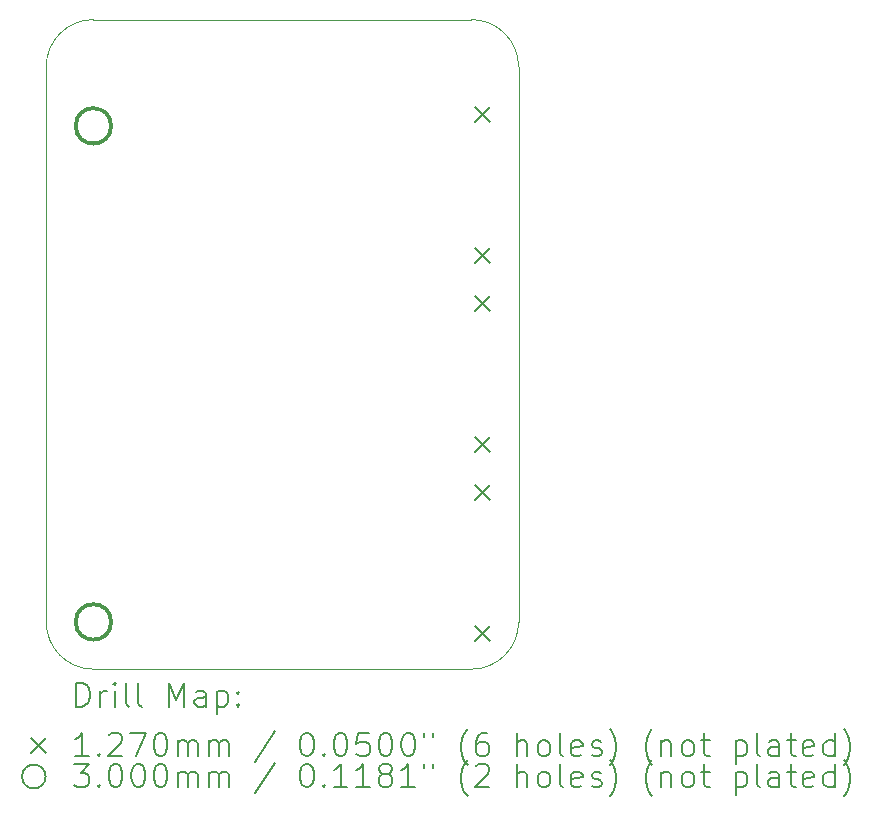
<source format=gbr>
%TF.GenerationSoftware,KiCad,Pcbnew,7.0.9*%
%TF.CreationDate,2023-11-20T14:24:11-06:00*%
%TF.ProjectId,Telemetry-Peripheral-SOM-Daughterboard-IMU,54656c65-6d65-4747-9279-2d5065726970,rev?*%
%TF.SameCoordinates,Original*%
%TF.FileFunction,Drillmap*%
%TF.FilePolarity,Positive*%
%FSLAX45Y45*%
G04 Gerber Fmt 4.5, Leading zero omitted, Abs format (unit mm)*
G04 Created by KiCad (PCBNEW 7.0.9) date 2023-11-20 14:24:11*
%MOMM*%
%LPD*%
G01*
G04 APERTURE LIST*
%ADD10C,0.100000*%
%ADD11C,0.200000*%
%ADD12C,0.127000*%
%ADD13C,0.300000*%
G04 APERTURE END LIST*
D10*
X18200000Y-11600000D02*
G75*
G03*
X18600000Y-11200000I0J400000D01*
G01*
X18600000Y-6500000D02*
G75*
G03*
X18200000Y-6100000I-400000J0D01*
G01*
X15000000Y-6100000D02*
G75*
G03*
X14600000Y-6500000I0J-400000D01*
G01*
X14600000Y-11200000D02*
G75*
G03*
X15000000Y-11600000I400000J0D01*
G01*
X14600000Y-11200000D02*
X14600000Y-6500000D01*
X15000000Y-6100000D02*
X18200000Y-6100000D01*
X18600000Y-6500000D02*
X18600000Y-11200000D01*
X18200000Y-11600000D02*
X15000000Y-11600000D01*
D11*
D12*
X18232500Y-6836500D02*
X18359500Y-6963500D01*
X18359500Y-6836500D02*
X18232500Y-6963500D01*
X18232500Y-8036500D02*
X18359500Y-8163500D01*
X18359500Y-8036500D02*
X18232500Y-8163500D01*
X18232500Y-8436500D02*
X18359500Y-8563500D01*
X18359500Y-8436500D02*
X18232500Y-8563500D01*
X18232500Y-9636500D02*
X18359500Y-9763500D01*
X18359500Y-9636500D02*
X18232500Y-9763500D01*
X18232500Y-10036500D02*
X18359500Y-10163500D01*
X18359500Y-10036500D02*
X18232500Y-10163500D01*
X18232500Y-11236500D02*
X18359500Y-11363500D01*
X18359500Y-11236500D02*
X18232500Y-11363500D01*
D13*
X15150000Y-7000000D02*
G75*
G03*
X15150000Y-7000000I-150000J0D01*
G01*
X15150000Y-11200000D02*
G75*
G03*
X15150000Y-11200000I-150000J0D01*
G01*
D11*
X14855777Y-11916484D02*
X14855777Y-11716484D01*
X14855777Y-11716484D02*
X14903396Y-11716484D01*
X14903396Y-11716484D02*
X14931967Y-11726008D01*
X14931967Y-11726008D02*
X14951015Y-11745055D01*
X14951015Y-11745055D02*
X14960539Y-11764103D01*
X14960539Y-11764103D02*
X14970062Y-11802198D01*
X14970062Y-11802198D02*
X14970062Y-11830769D01*
X14970062Y-11830769D02*
X14960539Y-11868865D01*
X14960539Y-11868865D02*
X14951015Y-11887912D01*
X14951015Y-11887912D02*
X14931967Y-11906960D01*
X14931967Y-11906960D02*
X14903396Y-11916484D01*
X14903396Y-11916484D02*
X14855777Y-11916484D01*
X15055777Y-11916484D02*
X15055777Y-11783150D01*
X15055777Y-11821246D02*
X15065301Y-11802198D01*
X15065301Y-11802198D02*
X15074824Y-11792674D01*
X15074824Y-11792674D02*
X15093872Y-11783150D01*
X15093872Y-11783150D02*
X15112920Y-11783150D01*
X15179586Y-11916484D02*
X15179586Y-11783150D01*
X15179586Y-11716484D02*
X15170062Y-11726008D01*
X15170062Y-11726008D02*
X15179586Y-11735531D01*
X15179586Y-11735531D02*
X15189110Y-11726008D01*
X15189110Y-11726008D02*
X15179586Y-11716484D01*
X15179586Y-11716484D02*
X15179586Y-11735531D01*
X15303396Y-11916484D02*
X15284348Y-11906960D01*
X15284348Y-11906960D02*
X15274824Y-11887912D01*
X15274824Y-11887912D02*
X15274824Y-11716484D01*
X15408158Y-11916484D02*
X15389110Y-11906960D01*
X15389110Y-11906960D02*
X15379586Y-11887912D01*
X15379586Y-11887912D02*
X15379586Y-11716484D01*
X15636729Y-11916484D02*
X15636729Y-11716484D01*
X15636729Y-11716484D02*
X15703396Y-11859341D01*
X15703396Y-11859341D02*
X15770062Y-11716484D01*
X15770062Y-11716484D02*
X15770062Y-11916484D01*
X15951015Y-11916484D02*
X15951015Y-11811722D01*
X15951015Y-11811722D02*
X15941491Y-11792674D01*
X15941491Y-11792674D02*
X15922443Y-11783150D01*
X15922443Y-11783150D02*
X15884348Y-11783150D01*
X15884348Y-11783150D02*
X15865301Y-11792674D01*
X15951015Y-11906960D02*
X15931967Y-11916484D01*
X15931967Y-11916484D02*
X15884348Y-11916484D01*
X15884348Y-11916484D02*
X15865301Y-11906960D01*
X15865301Y-11906960D02*
X15855777Y-11887912D01*
X15855777Y-11887912D02*
X15855777Y-11868865D01*
X15855777Y-11868865D02*
X15865301Y-11849817D01*
X15865301Y-11849817D02*
X15884348Y-11840293D01*
X15884348Y-11840293D02*
X15931967Y-11840293D01*
X15931967Y-11840293D02*
X15951015Y-11830769D01*
X16046253Y-11783150D02*
X16046253Y-11983150D01*
X16046253Y-11792674D02*
X16065301Y-11783150D01*
X16065301Y-11783150D02*
X16103396Y-11783150D01*
X16103396Y-11783150D02*
X16122443Y-11792674D01*
X16122443Y-11792674D02*
X16131967Y-11802198D01*
X16131967Y-11802198D02*
X16141491Y-11821246D01*
X16141491Y-11821246D02*
X16141491Y-11878388D01*
X16141491Y-11878388D02*
X16131967Y-11897436D01*
X16131967Y-11897436D02*
X16122443Y-11906960D01*
X16122443Y-11906960D02*
X16103396Y-11916484D01*
X16103396Y-11916484D02*
X16065301Y-11916484D01*
X16065301Y-11916484D02*
X16046253Y-11906960D01*
X16227205Y-11897436D02*
X16236729Y-11906960D01*
X16236729Y-11906960D02*
X16227205Y-11916484D01*
X16227205Y-11916484D02*
X16217682Y-11906960D01*
X16217682Y-11906960D02*
X16227205Y-11897436D01*
X16227205Y-11897436D02*
X16227205Y-11916484D01*
X16227205Y-11792674D02*
X16236729Y-11802198D01*
X16236729Y-11802198D02*
X16227205Y-11811722D01*
X16227205Y-11811722D02*
X16217682Y-11802198D01*
X16217682Y-11802198D02*
X16227205Y-11792674D01*
X16227205Y-11792674D02*
X16227205Y-11811722D01*
D12*
X14468000Y-12181500D02*
X14595000Y-12308500D01*
X14595000Y-12181500D02*
X14468000Y-12308500D01*
D11*
X14960539Y-12336484D02*
X14846253Y-12336484D01*
X14903396Y-12336484D02*
X14903396Y-12136484D01*
X14903396Y-12136484D02*
X14884348Y-12165055D01*
X14884348Y-12165055D02*
X14865301Y-12184103D01*
X14865301Y-12184103D02*
X14846253Y-12193627D01*
X15046253Y-12317436D02*
X15055777Y-12326960D01*
X15055777Y-12326960D02*
X15046253Y-12336484D01*
X15046253Y-12336484D02*
X15036729Y-12326960D01*
X15036729Y-12326960D02*
X15046253Y-12317436D01*
X15046253Y-12317436D02*
X15046253Y-12336484D01*
X15131967Y-12155531D02*
X15141491Y-12146008D01*
X15141491Y-12146008D02*
X15160539Y-12136484D01*
X15160539Y-12136484D02*
X15208158Y-12136484D01*
X15208158Y-12136484D02*
X15227205Y-12146008D01*
X15227205Y-12146008D02*
X15236729Y-12155531D01*
X15236729Y-12155531D02*
X15246253Y-12174579D01*
X15246253Y-12174579D02*
X15246253Y-12193627D01*
X15246253Y-12193627D02*
X15236729Y-12222198D01*
X15236729Y-12222198D02*
X15122443Y-12336484D01*
X15122443Y-12336484D02*
X15246253Y-12336484D01*
X15312920Y-12136484D02*
X15446253Y-12136484D01*
X15446253Y-12136484D02*
X15360539Y-12336484D01*
X15560539Y-12136484D02*
X15579586Y-12136484D01*
X15579586Y-12136484D02*
X15598634Y-12146008D01*
X15598634Y-12146008D02*
X15608158Y-12155531D01*
X15608158Y-12155531D02*
X15617682Y-12174579D01*
X15617682Y-12174579D02*
X15627205Y-12212674D01*
X15627205Y-12212674D02*
X15627205Y-12260293D01*
X15627205Y-12260293D02*
X15617682Y-12298388D01*
X15617682Y-12298388D02*
X15608158Y-12317436D01*
X15608158Y-12317436D02*
X15598634Y-12326960D01*
X15598634Y-12326960D02*
X15579586Y-12336484D01*
X15579586Y-12336484D02*
X15560539Y-12336484D01*
X15560539Y-12336484D02*
X15541491Y-12326960D01*
X15541491Y-12326960D02*
X15531967Y-12317436D01*
X15531967Y-12317436D02*
X15522443Y-12298388D01*
X15522443Y-12298388D02*
X15512920Y-12260293D01*
X15512920Y-12260293D02*
X15512920Y-12212674D01*
X15512920Y-12212674D02*
X15522443Y-12174579D01*
X15522443Y-12174579D02*
X15531967Y-12155531D01*
X15531967Y-12155531D02*
X15541491Y-12146008D01*
X15541491Y-12146008D02*
X15560539Y-12136484D01*
X15712920Y-12336484D02*
X15712920Y-12203150D01*
X15712920Y-12222198D02*
X15722443Y-12212674D01*
X15722443Y-12212674D02*
X15741491Y-12203150D01*
X15741491Y-12203150D02*
X15770063Y-12203150D01*
X15770063Y-12203150D02*
X15789110Y-12212674D01*
X15789110Y-12212674D02*
X15798634Y-12231722D01*
X15798634Y-12231722D02*
X15798634Y-12336484D01*
X15798634Y-12231722D02*
X15808158Y-12212674D01*
X15808158Y-12212674D02*
X15827205Y-12203150D01*
X15827205Y-12203150D02*
X15855777Y-12203150D01*
X15855777Y-12203150D02*
X15874824Y-12212674D01*
X15874824Y-12212674D02*
X15884348Y-12231722D01*
X15884348Y-12231722D02*
X15884348Y-12336484D01*
X15979586Y-12336484D02*
X15979586Y-12203150D01*
X15979586Y-12222198D02*
X15989110Y-12212674D01*
X15989110Y-12212674D02*
X16008158Y-12203150D01*
X16008158Y-12203150D02*
X16036729Y-12203150D01*
X16036729Y-12203150D02*
X16055777Y-12212674D01*
X16055777Y-12212674D02*
X16065301Y-12231722D01*
X16065301Y-12231722D02*
X16065301Y-12336484D01*
X16065301Y-12231722D02*
X16074824Y-12212674D01*
X16074824Y-12212674D02*
X16093872Y-12203150D01*
X16093872Y-12203150D02*
X16122443Y-12203150D01*
X16122443Y-12203150D02*
X16141491Y-12212674D01*
X16141491Y-12212674D02*
X16151015Y-12231722D01*
X16151015Y-12231722D02*
X16151015Y-12336484D01*
X16541491Y-12126960D02*
X16370063Y-12384103D01*
X16798634Y-12136484D02*
X16817682Y-12136484D01*
X16817682Y-12136484D02*
X16836729Y-12146008D01*
X16836729Y-12146008D02*
X16846253Y-12155531D01*
X16846253Y-12155531D02*
X16855777Y-12174579D01*
X16855777Y-12174579D02*
X16865301Y-12212674D01*
X16865301Y-12212674D02*
X16865301Y-12260293D01*
X16865301Y-12260293D02*
X16855777Y-12298388D01*
X16855777Y-12298388D02*
X16846253Y-12317436D01*
X16846253Y-12317436D02*
X16836729Y-12326960D01*
X16836729Y-12326960D02*
X16817682Y-12336484D01*
X16817682Y-12336484D02*
X16798634Y-12336484D01*
X16798634Y-12336484D02*
X16779587Y-12326960D01*
X16779587Y-12326960D02*
X16770063Y-12317436D01*
X16770063Y-12317436D02*
X16760539Y-12298388D01*
X16760539Y-12298388D02*
X16751015Y-12260293D01*
X16751015Y-12260293D02*
X16751015Y-12212674D01*
X16751015Y-12212674D02*
X16760539Y-12174579D01*
X16760539Y-12174579D02*
X16770063Y-12155531D01*
X16770063Y-12155531D02*
X16779587Y-12146008D01*
X16779587Y-12146008D02*
X16798634Y-12136484D01*
X16951015Y-12317436D02*
X16960539Y-12326960D01*
X16960539Y-12326960D02*
X16951015Y-12336484D01*
X16951015Y-12336484D02*
X16941491Y-12326960D01*
X16941491Y-12326960D02*
X16951015Y-12317436D01*
X16951015Y-12317436D02*
X16951015Y-12336484D01*
X17084348Y-12136484D02*
X17103396Y-12136484D01*
X17103396Y-12136484D02*
X17122444Y-12146008D01*
X17122444Y-12146008D02*
X17131968Y-12155531D01*
X17131968Y-12155531D02*
X17141491Y-12174579D01*
X17141491Y-12174579D02*
X17151015Y-12212674D01*
X17151015Y-12212674D02*
X17151015Y-12260293D01*
X17151015Y-12260293D02*
X17141491Y-12298388D01*
X17141491Y-12298388D02*
X17131968Y-12317436D01*
X17131968Y-12317436D02*
X17122444Y-12326960D01*
X17122444Y-12326960D02*
X17103396Y-12336484D01*
X17103396Y-12336484D02*
X17084348Y-12336484D01*
X17084348Y-12336484D02*
X17065301Y-12326960D01*
X17065301Y-12326960D02*
X17055777Y-12317436D01*
X17055777Y-12317436D02*
X17046253Y-12298388D01*
X17046253Y-12298388D02*
X17036729Y-12260293D01*
X17036729Y-12260293D02*
X17036729Y-12212674D01*
X17036729Y-12212674D02*
X17046253Y-12174579D01*
X17046253Y-12174579D02*
X17055777Y-12155531D01*
X17055777Y-12155531D02*
X17065301Y-12146008D01*
X17065301Y-12146008D02*
X17084348Y-12136484D01*
X17331968Y-12136484D02*
X17236729Y-12136484D01*
X17236729Y-12136484D02*
X17227206Y-12231722D01*
X17227206Y-12231722D02*
X17236729Y-12222198D01*
X17236729Y-12222198D02*
X17255777Y-12212674D01*
X17255777Y-12212674D02*
X17303396Y-12212674D01*
X17303396Y-12212674D02*
X17322444Y-12222198D01*
X17322444Y-12222198D02*
X17331968Y-12231722D01*
X17331968Y-12231722D02*
X17341491Y-12250769D01*
X17341491Y-12250769D02*
X17341491Y-12298388D01*
X17341491Y-12298388D02*
X17331968Y-12317436D01*
X17331968Y-12317436D02*
X17322444Y-12326960D01*
X17322444Y-12326960D02*
X17303396Y-12336484D01*
X17303396Y-12336484D02*
X17255777Y-12336484D01*
X17255777Y-12336484D02*
X17236729Y-12326960D01*
X17236729Y-12326960D02*
X17227206Y-12317436D01*
X17465301Y-12136484D02*
X17484349Y-12136484D01*
X17484349Y-12136484D02*
X17503396Y-12146008D01*
X17503396Y-12146008D02*
X17512920Y-12155531D01*
X17512920Y-12155531D02*
X17522444Y-12174579D01*
X17522444Y-12174579D02*
X17531968Y-12212674D01*
X17531968Y-12212674D02*
X17531968Y-12260293D01*
X17531968Y-12260293D02*
X17522444Y-12298388D01*
X17522444Y-12298388D02*
X17512920Y-12317436D01*
X17512920Y-12317436D02*
X17503396Y-12326960D01*
X17503396Y-12326960D02*
X17484349Y-12336484D01*
X17484349Y-12336484D02*
X17465301Y-12336484D01*
X17465301Y-12336484D02*
X17446253Y-12326960D01*
X17446253Y-12326960D02*
X17436729Y-12317436D01*
X17436729Y-12317436D02*
X17427206Y-12298388D01*
X17427206Y-12298388D02*
X17417682Y-12260293D01*
X17417682Y-12260293D02*
X17417682Y-12212674D01*
X17417682Y-12212674D02*
X17427206Y-12174579D01*
X17427206Y-12174579D02*
X17436729Y-12155531D01*
X17436729Y-12155531D02*
X17446253Y-12146008D01*
X17446253Y-12146008D02*
X17465301Y-12136484D01*
X17655777Y-12136484D02*
X17674825Y-12136484D01*
X17674825Y-12136484D02*
X17693872Y-12146008D01*
X17693872Y-12146008D02*
X17703396Y-12155531D01*
X17703396Y-12155531D02*
X17712920Y-12174579D01*
X17712920Y-12174579D02*
X17722444Y-12212674D01*
X17722444Y-12212674D02*
X17722444Y-12260293D01*
X17722444Y-12260293D02*
X17712920Y-12298388D01*
X17712920Y-12298388D02*
X17703396Y-12317436D01*
X17703396Y-12317436D02*
X17693872Y-12326960D01*
X17693872Y-12326960D02*
X17674825Y-12336484D01*
X17674825Y-12336484D02*
X17655777Y-12336484D01*
X17655777Y-12336484D02*
X17636729Y-12326960D01*
X17636729Y-12326960D02*
X17627206Y-12317436D01*
X17627206Y-12317436D02*
X17617682Y-12298388D01*
X17617682Y-12298388D02*
X17608158Y-12260293D01*
X17608158Y-12260293D02*
X17608158Y-12212674D01*
X17608158Y-12212674D02*
X17617682Y-12174579D01*
X17617682Y-12174579D02*
X17627206Y-12155531D01*
X17627206Y-12155531D02*
X17636729Y-12146008D01*
X17636729Y-12146008D02*
X17655777Y-12136484D01*
X17798634Y-12136484D02*
X17798634Y-12174579D01*
X17874825Y-12136484D02*
X17874825Y-12174579D01*
X18170063Y-12412674D02*
X18160539Y-12403150D01*
X18160539Y-12403150D02*
X18141491Y-12374579D01*
X18141491Y-12374579D02*
X18131968Y-12355531D01*
X18131968Y-12355531D02*
X18122444Y-12326960D01*
X18122444Y-12326960D02*
X18112920Y-12279341D01*
X18112920Y-12279341D02*
X18112920Y-12241246D01*
X18112920Y-12241246D02*
X18122444Y-12193627D01*
X18122444Y-12193627D02*
X18131968Y-12165055D01*
X18131968Y-12165055D02*
X18141491Y-12146008D01*
X18141491Y-12146008D02*
X18160539Y-12117436D01*
X18160539Y-12117436D02*
X18170063Y-12107912D01*
X18331968Y-12136484D02*
X18293872Y-12136484D01*
X18293872Y-12136484D02*
X18274825Y-12146008D01*
X18274825Y-12146008D02*
X18265301Y-12155531D01*
X18265301Y-12155531D02*
X18246253Y-12184103D01*
X18246253Y-12184103D02*
X18236730Y-12222198D01*
X18236730Y-12222198D02*
X18236730Y-12298388D01*
X18236730Y-12298388D02*
X18246253Y-12317436D01*
X18246253Y-12317436D02*
X18255777Y-12326960D01*
X18255777Y-12326960D02*
X18274825Y-12336484D01*
X18274825Y-12336484D02*
X18312920Y-12336484D01*
X18312920Y-12336484D02*
X18331968Y-12326960D01*
X18331968Y-12326960D02*
X18341491Y-12317436D01*
X18341491Y-12317436D02*
X18351015Y-12298388D01*
X18351015Y-12298388D02*
X18351015Y-12250769D01*
X18351015Y-12250769D02*
X18341491Y-12231722D01*
X18341491Y-12231722D02*
X18331968Y-12222198D01*
X18331968Y-12222198D02*
X18312920Y-12212674D01*
X18312920Y-12212674D02*
X18274825Y-12212674D01*
X18274825Y-12212674D02*
X18255777Y-12222198D01*
X18255777Y-12222198D02*
X18246253Y-12231722D01*
X18246253Y-12231722D02*
X18236730Y-12250769D01*
X18589111Y-12336484D02*
X18589111Y-12136484D01*
X18674825Y-12336484D02*
X18674825Y-12231722D01*
X18674825Y-12231722D02*
X18665301Y-12212674D01*
X18665301Y-12212674D02*
X18646253Y-12203150D01*
X18646253Y-12203150D02*
X18617682Y-12203150D01*
X18617682Y-12203150D02*
X18598634Y-12212674D01*
X18598634Y-12212674D02*
X18589111Y-12222198D01*
X18798634Y-12336484D02*
X18779587Y-12326960D01*
X18779587Y-12326960D02*
X18770063Y-12317436D01*
X18770063Y-12317436D02*
X18760539Y-12298388D01*
X18760539Y-12298388D02*
X18760539Y-12241246D01*
X18760539Y-12241246D02*
X18770063Y-12222198D01*
X18770063Y-12222198D02*
X18779587Y-12212674D01*
X18779587Y-12212674D02*
X18798634Y-12203150D01*
X18798634Y-12203150D02*
X18827206Y-12203150D01*
X18827206Y-12203150D02*
X18846253Y-12212674D01*
X18846253Y-12212674D02*
X18855777Y-12222198D01*
X18855777Y-12222198D02*
X18865301Y-12241246D01*
X18865301Y-12241246D02*
X18865301Y-12298388D01*
X18865301Y-12298388D02*
X18855777Y-12317436D01*
X18855777Y-12317436D02*
X18846253Y-12326960D01*
X18846253Y-12326960D02*
X18827206Y-12336484D01*
X18827206Y-12336484D02*
X18798634Y-12336484D01*
X18979587Y-12336484D02*
X18960539Y-12326960D01*
X18960539Y-12326960D02*
X18951015Y-12307912D01*
X18951015Y-12307912D02*
X18951015Y-12136484D01*
X19131968Y-12326960D02*
X19112920Y-12336484D01*
X19112920Y-12336484D02*
X19074825Y-12336484D01*
X19074825Y-12336484D02*
X19055777Y-12326960D01*
X19055777Y-12326960D02*
X19046253Y-12307912D01*
X19046253Y-12307912D02*
X19046253Y-12231722D01*
X19046253Y-12231722D02*
X19055777Y-12212674D01*
X19055777Y-12212674D02*
X19074825Y-12203150D01*
X19074825Y-12203150D02*
X19112920Y-12203150D01*
X19112920Y-12203150D02*
X19131968Y-12212674D01*
X19131968Y-12212674D02*
X19141492Y-12231722D01*
X19141492Y-12231722D02*
X19141492Y-12250769D01*
X19141492Y-12250769D02*
X19046253Y-12269817D01*
X19217682Y-12326960D02*
X19236730Y-12336484D01*
X19236730Y-12336484D02*
X19274825Y-12336484D01*
X19274825Y-12336484D02*
X19293873Y-12326960D01*
X19293873Y-12326960D02*
X19303396Y-12307912D01*
X19303396Y-12307912D02*
X19303396Y-12298388D01*
X19303396Y-12298388D02*
X19293873Y-12279341D01*
X19293873Y-12279341D02*
X19274825Y-12269817D01*
X19274825Y-12269817D02*
X19246253Y-12269817D01*
X19246253Y-12269817D02*
X19227206Y-12260293D01*
X19227206Y-12260293D02*
X19217682Y-12241246D01*
X19217682Y-12241246D02*
X19217682Y-12231722D01*
X19217682Y-12231722D02*
X19227206Y-12212674D01*
X19227206Y-12212674D02*
X19246253Y-12203150D01*
X19246253Y-12203150D02*
X19274825Y-12203150D01*
X19274825Y-12203150D02*
X19293873Y-12212674D01*
X19370063Y-12412674D02*
X19379587Y-12403150D01*
X19379587Y-12403150D02*
X19398634Y-12374579D01*
X19398634Y-12374579D02*
X19408158Y-12355531D01*
X19408158Y-12355531D02*
X19417682Y-12326960D01*
X19417682Y-12326960D02*
X19427206Y-12279341D01*
X19427206Y-12279341D02*
X19427206Y-12241246D01*
X19427206Y-12241246D02*
X19417682Y-12193627D01*
X19417682Y-12193627D02*
X19408158Y-12165055D01*
X19408158Y-12165055D02*
X19398634Y-12146008D01*
X19398634Y-12146008D02*
X19379587Y-12117436D01*
X19379587Y-12117436D02*
X19370063Y-12107912D01*
X19731968Y-12412674D02*
X19722444Y-12403150D01*
X19722444Y-12403150D02*
X19703396Y-12374579D01*
X19703396Y-12374579D02*
X19693873Y-12355531D01*
X19693873Y-12355531D02*
X19684349Y-12326960D01*
X19684349Y-12326960D02*
X19674825Y-12279341D01*
X19674825Y-12279341D02*
X19674825Y-12241246D01*
X19674825Y-12241246D02*
X19684349Y-12193627D01*
X19684349Y-12193627D02*
X19693873Y-12165055D01*
X19693873Y-12165055D02*
X19703396Y-12146008D01*
X19703396Y-12146008D02*
X19722444Y-12117436D01*
X19722444Y-12117436D02*
X19731968Y-12107912D01*
X19808158Y-12203150D02*
X19808158Y-12336484D01*
X19808158Y-12222198D02*
X19817682Y-12212674D01*
X19817682Y-12212674D02*
X19836730Y-12203150D01*
X19836730Y-12203150D02*
X19865301Y-12203150D01*
X19865301Y-12203150D02*
X19884349Y-12212674D01*
X19884349Y-12212674D02*
X19893873Y-12231722D01*
X19893873Y-12231722D02*
X19893873Y-12336484D01*
X20017682Y-12336484D02*
X19998634Y-12326960D01*
X19998634Y-12326960D02*
X19989111Y-12317436D01*
X19989111Y-12317436D02*
X19979587Y-12298388D01*
X19979587Y-12298388D02*
X19979587Y-12241246D01*
X19979587Y-12241246D02*
X19989111Y-12222198D01*
X19989111Y-12222198D02*
X19998634Y-12212674D01*
X19998634Y-12212674D02*
X20017682Y-12203150D01*
X20017682Y-12203150D02*
X20046254Y-12203150D01*
X20046254Y-12203150D02*
X20065301Y-12212674D01*
X20065301Y-12212674D02*
X20074825Y-12222198D01*
X20074825Y-12222198D02*
X20084349Y-12241246D01*
X20084349Y-12241246D02*
X20084349Y-12298388D01*
X20084349Y-12298388D02*
X20074825Y-12317436D01*
X20074825Y-12317436D02*
X20065301Y-12326960D01*
X20065301Y-12326960D02*
X20046254Y-12336484D01*
X20046254Y-12336484D02*
X20017682Y-12336484D01*
X20141492Y-12203150D02*
X20217682Y-12203150D01*
X20170063Y-12136484D02*
X20170063Y-12307912D01*
X20170063Y-12307912D02*
X20179587Y-12326960D01*
X20179587Y-12326960D02*
X20198634Y-12336484D01*
X20198634Y-12336484D02*
X20217682Y-12336484D01*
X20436730Y-12203150D02*
X20436730Y-12403150D01*
X20436730Y-12212674D02*
X20455777Y-12203150D01*
X20455777Y-12203150D02*
X20493873Y-12203150D01*
X20493873Y-12203150D02*
X20512920Y-12212674D01*
X20512920Y-12212674D02*
X20522444Y-12222198D01*
X20522444Y-12222198D02*
X20531968Y-12241246D01*
X20531968Y-12241246D02*
X20531968Y-12298388D01*
X20531968Y-12298388D02*
X20522444Y-12317436D01*
X20522444Y-12317436D02*
X20512920Y-12326960D01*
X20512920Y-12326960D02*
X20493873Y-12336484D01*
X20493873Y-12336484D02*
X20455777Y-12336484D01*
X20455777Y-12336484D02*
X20436730Y-12326960D01*
X20646254Y-12336484D02*
X20627206Y-12326960D01*
X20627206Y-12326960D02*
X20617682Y-12307912D01*
X20617682Y-12307912D02*
X20617682Y-12136484D01*
X20808158Y-12336484D02*
X20808158Y-12231722D01*
X20808158Y-12231722D02*
X20798635Y-12212674D01*
X20798635Y-12212674D02*
X20779587Y-12203150D01*
X20779587Y-12203150D02*
X20741492Y-12203150D01*
X20741492Y-12203150D02*
X20722444Y-12212674D01*
X20808158Y-12326960D02*
X20789111Y-12336484D01*
X20789111Y-12336484D02*
X20741492Y-12336484D01*
X20741492Y-12336484D02*
X20722444Y-12326960D01*
X20722444Y-12326960D02*
X20712920Y-12307912D01*
X20712920Y-12307912D02*
X20712920Y-12288865D01*
X20712920Y-12288865D02*
X20722444Y-12269817D01*
X20722444Y-12269817D02*
X20741492Y-12260293D01*
X20741492Y-12260293D02*
X20789111Y-12260293D01*
X20789111Y-12260293D02*
X20808158Y-12250769D01*
X20874825Y-12203150D02*
X20951015Y-12203150D01*
X20903396Y-12136484D02*
X20903396Y-12307912D01*
X20903396Y-12307912D02*
X20912920Y-12326960D01*
X20912920Y-12326960D02*
X20931968Y-12336484D01*
X20931968Y-12336484D02*
X20951015Y-12336484D01*
X21093873Y-12326960D02*
X21074825Y-12336484D01*
X21074825Y-12336484D02*
X21036730Y-12336484D01*
X21036730Y-12336484D02*
X21017682Y-12326960D01*
X21017682Y-12326960D02*
X21008158Y-12307912D01*
X21008158Y-12307912D02*
X21008158Y-12231722D01*
X21008158Y-12231722D02*
X21017682Y-12212674D01*
X21017682Y-12212674D02*
X21036730Y-12203150D01*
X21036730Y-12203150D02*
X21074825Y-12203150D01*
X21074825Y-12203150D02*
X21093873Y-12212674D01*
X21093873Y-12212674D02*
X21103396Y-12231722D01*
X21103396Y-12231722D02*
X21103396Y-12250769D01*
X21103396Y-12250769D02*
X21008158Y-12269817D01*
X21274825Y-12336484D02*
X21274825Y-12136484D01*
X21274825Y-12326960D02*
X21255777Y-12336484D01*
X21255777Y-12336484D02*
X21217682Y-12336484D01*
X21217682Y-12336484D02*
X21198635Y-12326960D01*
X21198635Y-12326960D02*
X21189111Y-12317436D01*
X21189111Y-12317436D02*
X21179587Y-12298388D01*
X21179587Y-12298388D02*
X21179587Y-12241246D01*
X21179587Y-12241246D02*
X21189111Y-12222198D01*
X21189111Y-12222198D02*
X21198635Y-12212674D01*
X21198635Y-12212674D02*
X21217682Y-12203150D01*
X21217682Y-12203150D02*
X21255777Y-12203150D01*
X21255777Y-12203150D02*
X21274825Y-12212674D01*
X21351016Y-12412674D02*
X21360539Y-12403150D01*
X21360539Y-12403150D02*
X21379587Y-12374579D01*
X21379587Y-12374579D02*
X21389111Y-12355531D01*
X21389111Y-12355531D02*
X21398635Y-12326960D01*
X21398635Y-12326960D02*
X21408158Y-12279341D01*
X21408158Y-12279341D02*
X21408158Y-12241246D01*
X21408158Y-12241246D02*
X21398635Y-12193627D01*
X21398635Y-12193627D02*
X21389111Y-12165055D01*
X21389111Y-12165055D02*
X21379587Y-12146008D01*
X21379587Y-12146008D02*
X21360539Y-12117436D01*
X21360539Y-12117436D02*
X21351016Y-12107912D01*
X14595000Y-12509000D02*
G75*
G03*
X14595000Y-12509000I-100000J0D01*
G01*
X14836729Y-12400484D02*
X14960539Y-12400484D01*
X14960539Y-12400484D02*
X14893872Y-12476674D01*
X14893872Y-12476674D02*
X14922443Y-12476674D01*
X14922443Y-12476674D02*
X14941491Y-12486198D01*
X14941491Y-12486198D02*
X14951015Y-12495722D01*
X14951015Y-12495722D02*
X14960539Y-12514769D01*
X14960539Y-12514769D02*
X14960539Y-12562388D01*
X14960539Y-12562388D02*
X14951015Y-12581436D01*
X14951015Y-12581436D02*
X14941491Y-12590960D01*
X14941491Y-12590960D02*
X14922443Y-12600484D01*
X14922443Y-12600484D02*
X14865301Y-12600484D01*
X14865301Y-12600484D02*
X14846253Y-12590960D01*
X14846253Y-12590960D02*
X14836729Y-12581436D01*
X15046253Y-12581436D02*
X15055777Y-12590960D01*
X15055777Y-12590960D02*
X15046253Y-12600484D01*
X15046253Y-12600484D02*
X15036729Y-12590960D01*
X15036729Y-12590960D02*
X15046253Y-12581436D01*
X15046253Y-12581436D02*
X15046253Y-12600484D01*
X15179586Y-12400484D02*
X15198634Y-12400484D01*
X15198634Y-12400484D02*
X15217682Y-12410008D01*
X15217682Y-12410008D02*
X15227205Y-12419531D01*
X15227205Y-12419531D02*
X15236729Y-12438579D01*
X15236729Y-12438579D02*
X15246253Y-12476674D01*
X15246253Y-12476674D02*
X15246253Y-12524293D01*
X15246253Y-12524293D02*
X15236729Y-12562388D01*
X15236729Y-12562388D02*
X15227205Y-12581436D01*
X15227205Y-12581436D02*
X15217682Y-12590960D01*
X15217682Y-12590960D02*
X15198634Y-12600484D01*
X15198634Y-12600484D02*
X15179586Y-12600484D01*
X15179586Y-12600484D02*
X15160539Y-12590960D01*
X15160539Y-12590960D02*
X15151015Y-12581436D01*
X15151015Y-12581436D02*
X15141491Y-12562388D01*
X15141491Y-12562388D02*
X15131967Y-12524293D01*
X15131967Y-12524293D02*
X15131967Y-12476674D01*
X15131967Y-12476674D02*
X15141491Y-12438579D01*
X15141491Y-12438579D02*
X15151015Y-12419531D01*
X15151015Y-12419531D02*
X15160539Y-12410008D01*
X15160539Y-12410008D02*
X15179586Y-12400484D01*
X15370062Y-12400484D02*
X15389110Y-12400484D01*
X15389110Y-12400484D02*
X15408158Y-12410008D01*
X15408158Y-12410008D02*
X15417682Y-12419531D01*
X15417682Y-12419531D02*
X15427205Y-12438579D01*
X15427205Y-12438579D02*
X15436729Y-12476674D01*
X15436729Y-12476674D02*
X15436729Y-12524293D01*
X15436729Y-12524293D02*
X15427205Y-12562388D01*
X15427205Y-12562388D02*
X15417682Y-12581436D01*
X15417682Y-12581436D02*
X15408158Y-12590960D01*
X15408158Y-12590960D02*
X15389110Y-12600484D01*
X15389110Y-12600484D02*
X15370062Y-12600484D01*
X15370062Y-12600484D02*
X15351015Y-12590960D01*
X15351015Y-12590960D02*
X15341491Y-12581436D01*
X15341491Y-12581436D02*
X15331967Y-12562388D01*
X15331967Y-12562388D02*
X15322443Y-12524293D01*
X15322443Y-12524293D02*
X15322443Y-12476674D01*
X15322443Y-12476674D02*
X15331967Y-12438579D01*
X15331967Y-12438579D02*
X15341491Y-12419531D01*
X15341491Y-12419531D02*
X15351015Y-12410008D01*
X15351015Y-12410008D02*
X15370062Y-12400484D01*
X15560539Y-12400484D02*
X15579586Y-12400484D01*
X15579586Y-12400484D02*
X15598634Y-12410008D01*
X15598634Y-12410008D02*
X15608158Y-12419531D01*
X15608158Y-12419531D02*
X15617682Y-12438579D01*
X15617682Y-12438579D02*
X15627205Y-12476674D01*
X15627205Y-12476674D02*
X15627205Y-12524293D01*
X15627205Y-12524293D02*
X15617682Y-12562388D01*
X15617682Y-12562388D02*
X15608158Y-12581436D01*
X15608158Y-12581436D02*
X15598634Y-12590960D01*
X15598634Y-12590960D02*
X15579586Y-12600484D01*
X15579586Y-12600484D02*
X15560539Y-12600484D01*
X15560539Y-12600484D02*
X15541491Y-12590960D01*
X15541491Y-12590960D02*
X15531967Y-12581436D01*
X15531967Y-12581436D02*
X15522443Y-12562388D01*
X15522443Y-12562388D02*
X15512920Y-12524293D01*
X15512920Y-12524293D02*
X15512920Y-12476674D01*
X15512920Y-12476674D02*
X15522443Y-12438579D01*
X15522443Y-12438579D02*
X15531967Y-12419531D01*
X15531967Y-12419531D02*
X15541491Y-12410008D01*
X15541491Y-12410008D02*
X15560539Y-12400484D01*
X15712920Y-12600484D02*
X15712920Y-12467150D01*
X15712920Y-12486198D02*
X15722443Y-12476674D01*
X15722443Y-12476674D02*
X15741491Y-12467150D01*
X15741491Y-12467150D02*
X15770063Y-12467150D01*
X15770063Y-12467150D02*
X15789110Y-12476674D01*
X15789110Y-12476674D02*
X15798634Y-12495722D01*
X15798634Y-12495722D02*
X15798634Y-12600484D01*
X15798634Y-12495722D02*
X15808158Y-12476674D01*
X15808158Y-12476674D02*
X15827205Y-12467150D01*
X15827205Y-12467150D02*
X15855777Y-12467150D01*
X15855777Y-12467150D02*
X15874824Y-12476674D01*
X15874824Y-12476674D02*
X15884348Y-12495722D01*
X15884348Y-12495722D02*
X15884348Y-12600484D01*
X15979586Y-12600484D02*
X15979586Y-12467150D01*
X15979586Y-12486198D02*
X15989110Y-12476674D01*
X15989110Y-12476674D02*
X16008158Y-12467150D01*
X16008158Y-12467150D02*
X16036729Y-12467150D01*
X16036729Y-12467150D02*
X16055777Y-12476674D01*
X16055777Y-12476674D02*
X16065301Y-12495722D01*
X16065301Y-12495722D02*
X16065301Y-12600484D01*
X16065301Y-12495722D02*
X16074824Y-12476674D01*
X16074824Y-12476674D02*
X16093872Y-12467150D01*
X16093872Y-12467150D02*
X16122443Y-12467150D01*
X16122443Y-12467150D02*
X16141491Y-12476674D01*
X16141491Y-12476674D02*
X16151015Y-12495722D01*
X16151015Y-12495722D02*
X16151015Y-12600484D01*
X16541491Y-12390960D02*
X16370063Y-12648103D01*
X16798634Y-12400484D02*
X16817682Y-12400484D01*
X16817682Y-12400484D02*
X16836729Y-12410008D01*
X16836729Y-12410008D02*
X16846253Y-12419531D01*
X16846253Y-12419531D02*
X16855777Y-12438579D01*
X16855777Y-12438579D02*
X16865301Y-12476674D01*
X16865301Y-12476674D02*
X16865301Y-12524293D01*
X16865301Y-12524293D02*
X16855777Y-12562388D01*
X16855777Y-12562388D02*
X16846253Y-12581436D01*
X16846253Y-12581436D02*
X16836729Y-12590960D01*
X16836729Y-12590960D02*
X16817682Y-12600484D01*
X16817682Y-12600484D02*
X16798634Y-12600484D01*
X16798634Y-12600484D02*
X16779587Y-12590960D01*
X16779587Y-12590960D02*
X16770063Y-12581436D01*
X16770063Y-12581436D02*
X16760539Y-12562388D01*
X16760539Y-12562388D02*
X16751015Y-12524293D01*
X16751015Y-12524293D02*
X16751015Y-12476674D01*
X16751015Y-12476674D02*
X16760539Y-12438579D01*
X16760539Y-12438579D02*
X16770063Y-12419531D01*
X16770063Y-12419531D02*
X16779587Y-12410008D01*
X16779587Y-12410008D02*
X16798634Y-12400484D01*
X16951015Y-12581436D02*
X16960539Y-12590960D01*
X16960539Y-12590960D02*
X16951015Y-12600484D01*
X16951015Y-12600484D02*
X16941491Y-12590960D01*
X16941491Y-12590960D02*
X16951015Y-12581436D01*
X16951015Y-12581436D02*
X16951015Y-12600484D01*
X17151015Y-12600484D02*
X17036729Y-12600484D01*
X17093872Y-12600484D02*
X17093872Y-12400484D01*
X17093872Y-12400484D02*
X17074825Y-12429055D01*
X17074825Y-12429055D02*
X17055777Y-12448103D01*
X17055777Y-12448103D02*
X17036729Y-12457627D01*
X17341491Y-12600484D02*
X17227206Y-12600484D01*
X17284348Y-12600484D02*
X17284348Y-12400484D01*
X17284348Y-12400484D02*
X17265301Y-12429055D01*
X17265301Y-12429055D02*
X17246253Y-12448103D01*
X17246253Y-12448103D02*
X17227206Y-12457627D01*
X17455777Y-12486198D02*
X17436729Y-12476674D01*
X17436729Y-12476674D02*
X17427206Y-12467150D01*
X17427206Y-12467150D02*
X17417682Y-12448103D01*
X17417682Y-12448103D02*
X17417682Y-12438579D01*
X17417682Y-12438579D02*
X17427206Y-12419531D01*
X17427206Y-12419531D02*
X17436729Y-12410008D01*
X17436729Y-12410008D02*
X17455777Y-12400484D01*
X17455777Y-12400484D02*
X17493872Y-12400484D01*
X17493872Y-12400484D02*
X17512920Y-12410008D01*
X17512920Y-12410008D02*
X17522444Y-12419531D01*
X17522444Y-12419531D02*
X17531968Y-12438579D01*
X17531968Y-12438579D02*
X17531968Y-12448103D01*
X17531968Y-12448103D02*
X17522444Y-12467150D01*
X17522444Y-12467150D02*
X17512920Y-12476674D01*
X17512920Y-12476674D02*
X17493872Y-12486198D01*
X17493872Y-12486198D02*
X17455777Y-12486198D01*
X17455777Y-12486198D02*
X17436729Y-12495722D01*
X17436729Y-12495722D02*
X17427206Y-12505246D01*
X17427206Y-12505246D02*
X17417682Y-12524293D01*
X17417682Y-12524293D02*
X17417682Y-12562388D01*
X17417682Y-12562388D02*
X17427206Y-12581436D01*
X17427206Y-12581436D02*
X17436729Y-12590960D01*
X17436729Y-12590960D02*
X17455777Y-12600484D01*
X17455777Y-12600484D02*
X17493872Y-12600484D01*
X17493872Y-12600484D02*
X17512920Y-12590960D01*
X17512920Y-12590960D02*
X17522444Y-12581436D01*
X17522444Y-12581436D02*
X17531968Y-12562388D01*
X17531968Y-12562388D02*
X17531968Y-12524293D01*
X17531968Y-12524293D02*
X17522444Y-12505246D01*
X17522444Y-12505246D02*
X17512920Y-12495722D01*
X17512920Y-12495722D02*
X17493872Y-12486198D01*
X17722444Y-12600484D02*
X17608158Y-12600484D01*
X17665301Y-12600484D02*
X17665301Y-12400484D01*
X17665301Y-12400484D02*
X17646253Y-12429055D01*
X17646253Y-12429055D02*
X17627206Y-12448103D01*
X17627206Y-12448103D02*
X17608158Y-12457627D01*
X17798634Y-12400484D02*
X17798634Y-12438579D01*
X17874825Y-12400484D02*
X17874825Y-12438579D01*
X18170063Y-12676674D02*
X18160539Y-12667150D01*
X18160539Y-12667150D02*
X18141491Y-12638579D01*
X18141491Y-12638579D02*
X18131968Y-12619531D01*
X18131968Y-12619531D02*
X18122444Y-12590960D01*
X18122444Y-12590960D02*
X18112920Y-12543341D01*
X18112920Y-12543341D02*
X18112920Y-12505246D01*
X18112920Y-12505246D02*
X18122444Y-12457627D01*
X18122444Y-12457627D02*
X18131968Y-12429055D01*
X18131968Y-12429055D02*
X18141491Y-12410008D01*
X18141491Y-12410008D02*
X18160539Y-12381436D01*
X18160539Y-12381436D02*
X18170063Y-12371912D01*
X18236730Y-12419531D02*
X18246253Y-12410008D01*
X18246253Y-12410008D02*
X18265301Y-12400484D01*
X18265301Y-12400484D02*
X18312920Y-12400484D01*
X18312920Y-12400484D02*
X18331968Y-12410008D01*
X18331968Y-12410008D02*
X18341491Y-12419531D01*
X18341491Y-12419531D02*
X18351015Y-12438579D01*
X18351015Y-12438579D02*
X18351015Y-12457627D01*
X18351015Y-12457627D02*
X18341491Y-12486198D01*
X18341491Y-12486198D02*
X18227206Y-12600484D01*
X18227206Y-12600484D02*
X18351015Y-12600484D01*
X18589111Y-12600484D02*
X18589111Y-12400484D01*
X18674825Y-12600484D02*
X18674825Y-12495722D01*
X18674825Y-12495722D02*
X18665301Y-12476674D01*
X18665301Y-12476674D02*
X18646253Y-12467150D01*
X18646253Y-12467150D02*
X18617682Y-12467150D01*
X18617682Y-12467150D02*
X18598634Y-12476674D01*
X18598634Y-12476674D02*
X18589111Y-12486198D01*
X18798634Y-12600484D02*
X18779587Y-12590960D01*
X18779587Y-12590960D02*
X18770063Y-12581436D01*
X18770063Y-12581436D02*
X18760539Y-12562388D01*
X18760539Y-12562388D02*
X18760539Y-12505246D01*
X18760539Y-12505246D02*
X18770063Y-12486198D01*
X18770063Y-12486198D02*
X18779587Y-12476674D01*
X18779587Y-12476674D02*
X18798634Y-12467150D01*
X18798634Y-12467150D02*
X18827206Y-12467150D01*
X18827206Y-12467150D02*
X18846253Y-12476674D01*
X18846253Y-12476674D02*
X18855777Y-12486198D01*
X18855777Y-12486198D02*
X18865301Y-12505246D01*
X18865301Y-12505246D02*
X18865301Y-12562388D01*
X18865301Y-12562388D02*
X18855777Y-12581436D01*
X18855777Y-12581436D02*
X18846253Y-12590960D01*
X18846253Y-12590960D02*
X18827206Y-12600484D01*
X18827206Y-12600484D02*
X18798634Y-12600484D01*
X18979587Y-12600484D02*
X18960539Y-12590960D01*
X18960539Y-12590960D02*
X18951015Y-12571912D01*
X18951015Y-12571912D02*
X18951015Y-12400484D01*
X19131968Y-12590960D02*
X19112920Y-12600484D01*
X19112920Y-12600484D02*
X19074825Y-12600484D01*
X19074825Y-12600484D02*
X19055777Y-12590960D01*
X19055777Y-12590960D02*
X19046253Y-12571912D01*
X19046253Y-12571912D02*
X19046253Y-12495722D01*
X19046253Y-12495722D02*
X19055777Y-12476674D01*
X19055777Y-12476674D02*
X19074825Y-12467150D01*
X19074825Y-12467150D02*
X19112920Y-12467150D01*
X19112920Y-12467150D02*
X19131968Y-12476674D01*
X19131968Y-12476674D02*
X19141492Y-12495722D01*
X19141492Y-12495722D02*
X19141492Y-12514769D01*
X19141492Y-12514769D02*
X19046253Y-12533817D01*
X19217682Y-12590960D02*
X19236730Y-12600484D01*
X19236730Y-12600484D02*
X19274825Y-12600484D01*
X19274825Y-12600484D02*
X19293873Y-12590960D01*
X19293873Y-12590960D02*
X19303396Y-12571912D01*
X19303396Y-12571912D02*
X19303396Y-12562388D01*
X19303396Y-12562388D02*
X19293873Y-12543341D01*
X19293873Y-12543341D02*
X19274825Y-12533817D01*
X19274825Y-12533817D02*
X19246253Y-12533817D01*
X19246253Y-12533817D02*
X19227206Y-12524293D01*
X19227206Y-12524293D02*
X19217682Y-12505246D01*
X19217682Y-12505246D02*
X19217682Y-12495722D01*
X19217682Y-12495722D02*
X19227206Y-12476674D01*
X19227206Y-12476674D02*
X19246253Y-12467150D01*
X19246253Y-12467150D02*
X19274825Y-12467150D01*
X19274825Y-12467150D02*
X19293873Y-12476674D01*
X19370063Y-12676674D02*
X19379587Y-12667150D01*
X19379587Y-12667150D02*
X19398634Y-12638579D01*
X19398634Y-12638579D02*
X19408158Y-12619531D01*
X19408158Y-12619531D02*
X19417682Y-12590960D01*
X19417682Y-12590960D02*
X19427206Y-12543341D01*
X19427206Y-12543341D02*
X19427206Y-12505246D01*
X19427206Y-12505246D02*
X19417682Y-12457627D01*
X19417682Y-12457627D02*
X19408158Y-12429055D01*
X19408158Y-12429055D02*
X19398634Y-12410008D01*
X19398634Y-12410008D02*
X19379587Y-12381436D01*
X19379587Y-12381436D02*
X19370063Y-12371912D01*
X19731968Y-12676674D02*
X19722444Y-12667150D01*
X19722444Y-12667150D02*
X19703396Y-12638579D01*
X19703396Y-12638579D02*
X19693873Y-12619531D01*
X19693873Y-12619531D02*
X19684349Y-12590960D01*
X19684349Y-12590960D02*
X19674825Y-12543341D01*
X19674825Y-12543341D02*
X19674825Y-12505246D01*
X19674825Y-12505246D02*
X19684349Y-12457627D01*
X19684349Y-12457627D02*
X19693873Y-12429055D01*
X19693873Y-12429055D02*
X19703396Y-12410008D01*
X19703396Y-12410008D02*
X19722444Y-12381436D01*
X19722444Y-12381436D02*
X19731968Y-12371912D01*
X19808158Y-12467150D02*
X19808158Y-12600484D01*
X19808158Y-12486198D02*
X19817682Y-12476674D01*
X19817682Y-12476674D02*
X19836730Y-12467150D01*
X19836730Y-12467150D02*
X19865301Y-12467150D01*
X19865301Y-12467150D02*
X19884349Y-12476674D01*
X19884349Y-12476674D02*
X19893873Y-12495722D01*
X19893873Y-12495722D02*
X19893873Y-12600484D01*
X20017682Y-12600484D02*
X19998634Y-12590960D01*
X19998634Y-12590960D02*
X19989111Y-12581436D01*
X19989111Y-12581436D02*
X19979587Y-12562388D01*
X19979587Y-12562388D02*
X19979587Y-12505246D01*
X19979587Y-12505246D02*
X19989111Y-12486198D01*
X19989111Y-12486198D02*
X19998634Y-12476674D01*
X19998634Y-12476674D02*
X20017682Y-12467150D01*
X20017682Y-12467150D02*
X20046254Y-12467150D01*
X20046254Y-12467150D02*
X20065301Y-12476674D01*
X20065301Y-12476674D02*
X20074825Y-12486198D01*
X20074825Y-12486198D02*
X20084349Y-12505246D01*
X20084349Y-12505246D02*
X20084349Y-12562388D01*
X20084349Y-12562388D02*
X20074825Y-12581436D01*
X20074825Y-12581436D02*
X20065301Y-12590960D01*
X20065301Y-12590960D02*
X20046254Y-12600484D01*
X20046254Y-12600484D02*
X20017682Y-12600484D01*
X20141492Y-12467150D02*
X20217682Y-12467150D01*
X20170063Y-12400484D02*
X20170063Y-12571912D01*
X20170063Y-12571912D02*
X20179587Y-12590960D01*
X20179587Y-12590960D02*
X20198634Y-12600484D01*
X20198634Y-12600484D02*
X20217682Y-12600484D01*
X20436730Y-12467150D02*
X20436730Y-12667150D01*
X20436730Y-12476674D02*
X20455777Y-12467150D01*
X20455777Y-12467150D02*
X20493873Y-12467150D01*
X20493873Y-12467150D02*
X20512920Y-12476674D01*
X20512920Y-12476674D02*
X20522444Y-12486198D01*
X20522444Y-12486198D02*
X20531968Y-12505246D01*
X20531968Y-12505246D02*
X20531968Y-12562388D01*
X20531968Y-12562388D02*
X20522444Y-12581436D01*
X20522444Y-12581436D02*
X20512920Y-12590960D01*
X20512920Y-12590960D02*
X20493873Y-12600484D01*
X20493873Y-12600484D02*
X20455777Y-12600484D01*
X20455777Y-12600484D02*
X20436730Y-12590960D01*
X20646254Y-12600484D02*
X20627206Y-12590960D01*
X20627206Y-12590960D02*
X20617682Y-12571912D01*
X20617682Y-12571912D02*
X20617682Y-12400484D01*
X20808158Y-12600484D02*
X20808158Y-12495722D01*
X20808158Y-12495722D02*
X20798635Y-12476674D01*
X20798635Y-12476674D02*
X20779587Y-12467150D01*
X20779587Y-12467150D02*
X20741492Y-12467150D01*
X20741492Y-12467150D02*
X20722444Y-12476674D01*
X20808158Y-12590960D02*
X20789111Y-12600484D01*
X20789111Y-12600484D02*
X20741492Y-12600484D01*
X20741492Y-12600484D02*
X20722444Y-12590960D01*
X20722444Y-12590960D02*
X20712920Y-12571912D01*
X20712920Y-12571912D02*
X20712920Y-12552865D01*
X20712920Y-12552865D02*
X20722444Y-12533817D01*
X20722444Y-12533817D02*
X20741492Y-12524293D01*
X20741492Y-12524293D02*
X20789111Y-12524293D01*
X20789111Y-12524293D02*
X20808158Y-12514769D01*
X20874825Y-12467150D02*
X20951015Y-12467150D01*
X20903396Y-12400484D02*
X20903396Y-12571912D01*
X20903396Y-12571912D02*
X20912920Y-12590960D01*
X20912920Y-12590960D02*
X20931968Y-12600484D01*
X20931968Y-12600484D02*
X20951015Y-12600484D01*
X21093873Y-12590960D02*
X21074825Y-12600484D01*
X21074825Y-12600484D02*
X21036730Y-12600484D01*
X21036730Y-12600484D02*
X21017682Y-12590960D01*
X21017682Y-12590960D02*
X21008158Y-12571912D01*
X21008158Y-12571912D02*
X21008158Y-12495722D01*
X21008158Y-12495722D02*
X21017682Y-12476674D01*
X21017682Y-12476674D02*
X21036730Y-12467150D01*
X21036730Y-12467150D02*
X21074825Y-12467150D01*
X21074825Y-12467150D02*
X21093873Y-12476674D01*
X21093873Y-12476674D02*
X21103396Y-12495722D01*
X21103396Y-12495722D02*
X21103396Y-12514769D01*
X21103396Y-12514769D02*
X21008158Y-12533817D01*
X21274825Y-12600484D02*
X21274825Y-12400484D01*
X21274825Y-12590960D02*
X21255777Y-12600484D01*
X21255777Y-12600484D02*
X21217682Y-12600484D01*
X21217682Y-12600484D02*
X21198635Y-12590960D01*
X21198635Y-12590960D02*
X21189111Y-12581436D01*
X21189111Y-12581436D02*
X21179587Y-12562388D01*
X21179587Y-12562388D02*
X21179587Y-12505246D01*
X21179587Y-12505246D02*
X21189111Y-12486198D01*
X21189111Y-12486198D02*
X21198635Y-12476674D01*
X21198635Y-12476674D02*
X21217682Y-12467150D01*
X21217682Y-12467150D02*
X21255777Y-12467150D01*
X21255777Y-12467150D02*
X21274825Y-12476674D01*
X21351016Y-12676674D02*
X21360539Y-12667150D01*
X21360539Y-12667150D02*
X21379587Y-12638579D01*
X21379587Y-12638579D02*
X21389111Y-12619531D01*
X21389111Y-12619531D02*
X21398635Y-12590960D01*
X21398635Y-12590960D02*
X21408158Y-12543341D01*
X21408158Y-12543341D02*
X21408158Y-12505246D01*
X21408158Y-12505246D02*
X21398635Y-12457627D01*
X21398635Y-12457627D02*
X21389111Y-12429055D01*
X21389111Y-12429055D02*
X21379587Y-12410008D01*
X21379587Y-12410008D02*
X21360539Y-12381436D01*
X21360539Y-12381436D02*
X21351016Y-12371912D01*
M02*

</source>
